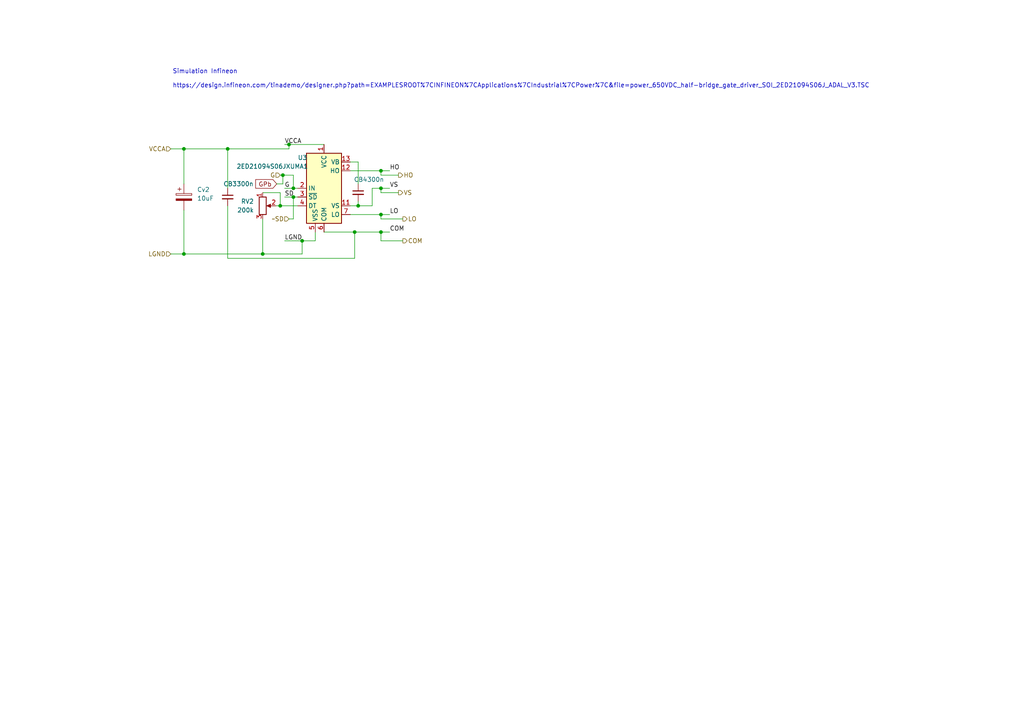
<source format=kicad_sch>
(kicad_sch (version 20211123) (generator eeschema)

  (uuid f2e25a2f-26ab-4a80-97f7-cc541a688707)

  (paper "A4")

  (title_block
    (title "Driver_board 3 phase inverter 6 Channel")
    (date "2022-09-01")
    (rev "2")
    (company "Designed By - Yawar Badri")
    (comment 3 "600V | 1200V | 600V")
  )

  (lib_symbols
    (symbol "Device:C_Polarized" (pin_numbers hide) (pin_names (offset 0.254)) (in_bom yes) (on_board yes)
      (property "Reference" "C" (id 0) (at 0.635 2.54 0)
        (effects (font (size 1.27 1.27)) (justify left))
      )
      (property "Value" "C_Polarized" (id 1) (at 0.635 -2.54 0)
        (effects (font (size 1.27 1.27)) (justify left))
      )
      (property "Footprint" "" (id 2) (at 0.9652 -3.81 0)
        (effects (font (size 1.27 1.27)) hide)
      )
      (property "Datasheet" "~" (id 3) (at 0 0 0)
        (effects (font (size 1.27 1.27)) hide)
      )
      (property "ki_keywords" "cap capacitor" (id 4) (at 0 0 0)
        (effects (font (size 1.27 1.27)) hide)
      )
      (property "ki_description" "Polarized capacitor" (id 5) (at 0 0 0)
        (effects (font (size 1.27 1.27)) hide)
      )
      (property "ki_fp_filters" "CP_*" (id 6) (at 0 0 0)
        (effects (font (size 1.27 1.27)) hide)
      )
      (symbol "C_Polarized_0_1"
        (rectangle (start -2.286 0.508) (end 2.286 1.016)
          (stroke (width 0) (type default) (color 0 0 0 0))
          (fill (type none))
        )
        (polyline
          (pts
            (xy -1.778 2.286)
            (xy -0.762 2.286)
          )
          (stroke (width 0) (type default) (color 0 0 0 0))
          (fill (type none))
        )
        (polyline
          (pts
            (xy -1.27 2.794)
            (xy -1.27 1.778)
          )
          (stroke (width 0) (type default) (color 0 0 0 0))
          (fill (type none))
        )
        (rectangle (start 2.286 -0.508) (end -2.286 -1.016)
          (stroke (width 0) (type default) (color 0 0 0 0))
          (fill (type outline))
        )
      )
      (symbol "C_Polarized_1_1"
        (pin passive line (at 0 3.81 270) (length 2.794)
          (name "~" (effects (font (size 1.27 1.27))))
          (number "1" (effects (font (size 1.27 1.27))))
        )
        (pin passive line (at 0 -3.81 90) (length 2.794)
          (name "~" (effects (font (size 1.27 1.27))))
          (number "2" (effects (font (size 1.27 1.27))))
        )
      )
    )
    (symbol "Device:C_Small" (pin_numbers hide) (pin_names (offset 0.254) hide) (in_bom yes) (on_board yes)
      (property "Reference" "C" (id 0) (at 0.254 1.778 0)
        (effects (font (size 1.27 1.27)) (justify left))
      )
      (property "Value" "C_Small" (id 1) (at 0.254 -2.032 0)
        (effects (font (size 1.27 1.27)) (justify left))
      )
      (property "Footprint" "" (id 2) (at 0 0 0)
        (effects (font (size 1.27 1.27)) hide)
      )
      (property "Datasheet" "~" (id 3) (at 0 0 0)
        (effects (font (size 1.27 1.27)) hide)
      )
      (property "ki_keywords" "capacitor cap" (id 4) (at 0 0 0)
        (effects (font (size 1.27 1.27)) hide)
      )
      (property "ki_description" "Unpolarized capacitor, small symbol" (id 5) (at 0 0 0)
        (effects (font (size 1.27 1.27)) hide)
      )
      (property "ki_fp_filters" "C_*" (id 6) (at 0 0 0)
        (effects (font (size 1.27 1.27)) hide)
      )
      (symbol "C_Small_0_1"
        (polyline
          (pts
            (xy -1.524 -0.508)
            (xy 1.524 -0.508)
          )
          (stroke (width 0.3302) (type default) (color 0 0 0 0))
          (fill (type none))
        )
        (polyline
          (pts
            (xy -1.524 0.508)
            (xy 1.524 0.508)
          )
          (stroke (width 0.3048) (type default) (color 0 0 0 0))
          (fill (type none))
        )
      )
      (symbol "C_Small_1_1"
        (pin passive line (at 0 2.54 270) (length 2.032)
          (name "~" (effects (font (size 1.27 1.27))))
          (number "1" (effects (font (size 1.27 1.27))))
        )
        (pin passive line (at 0 -2.54 90) (length 2.032)
          (name "~" (effects (font (size 1.27 1.27))))
          (number "2" (effects (font (size 1.27 1.27))))
        )
      )
    )
    (symbol "Device:R_Potentiometer" (pin_names (offset 1.016) hide) (in_bom yes) (on_board yes)
      (property "Reference" "RV" (id 0) (at -4.445 0 90)
        (effects (font (size 1.27 1.27)))
      )
      (property "Value" "R_Potentiometer" (id 1) (at -2.54 0 90)
        (effects (font (size 1.27 1.27)))
      )
      (property "Footprint" "" (id 2) (at 0 0 0)
        (effects (font (size 1.27 1.27)) hide)
      )
      (property "Datasheet" "~" (id 3) (at 0 0 0)
        (effects (font (size 1.27 1.27)) hide)
      )
      (property "ki_keywords" "resistor variable" (id 4) (at 0 0 0)
        (effects (font (size 1.27 1.27)) hide)
      )
      (property "ki_description" "Potentiometer" (id 5) (at 0 0 0)
        (effects (font (size 1.27 1.27)) hide)
      )
      (property "ki_fp_filters" "Potentiometer*" (id 6) (at 0 0 0)
        (effects (font (size 1.27 1.27)) hide)
      )
      (symbol "R_Potentiometer_0_1"
        (polyline
          (pts
            (xy 2.54 0)
            (xy 1.524 0)
          )
          (stroke (width 0) (type default) (color 0 0 0 0))
          (fill (type none))
        )
        (polyline
          (pts
            (xy 1.143 0)
            (xy 2.286 0.508)
            (xy 2.286 -0.508)
            (xy 1.143 0)
          )
          (stroke (width 0) (type default) (color 0 0 0 0))
          (fill (type outline))
        )
        (rectangle (start 1.016 2.54) (end -1.016 -2.54)
          (stroke (width 0.254) (type default) (color 0 0 0 0))
          (fill (type none))
        )
      )
      (symbol "R_Potentiometer_1_1"
        (pin passive line (at 0 3.81 270) (length 1.27)
          (name "1" (effects (font (size 1.27 1.27))))
          (number "1" (effects (font (size 1.27 1.27))))
        )
        (pin passive line (at 3.81 0 180) (length 1.27)
          (name "2" (effects (font (size 1.27 1.27))))
          (number "2" (effects (font (size 1.27 1.27))))
        )
        (pin passive line (at 0 -3.81 90) (length 1.27)
          (name "3" (effects (font (size 1.27 1.27))))
          (number "3" (effects (font (size 1.27 1.27))))
        )
      )
    )
    (symbol "Driver_FET:IR21094" (in_bom yes) (on_board yes)
      (property "Reference" "U" (id 0) (at 1.27 13.97 0)
        (effects (font (size 1.27 1.27)) (justify left))
      )
      (property "Value" "IR21094" (id 1) (at 1.27 11.43 0)
        (effects (font (size 1.27 1.27)) (justify left))
      )
      (property "Footprint" "" (id 2) (at 0 0 0)
        (effects (font (size 1.27 1.27) italic) hide)
      )
      (property "Datasheet" "https://www.infineon.com/dgdl/ir2109.pdf?fileId=5546d462533600a4015355c7e85b1679" (id 3) (at 0 0 0)
        (effects (font (size 1.27 1.27)) hide)
      )
      (property "ki_keywords" "Gate Driver" (id 4) (at 0 0 0)
        (effects (font (size 1.27 1.27)) hide)
      )
      (property "ki_description" "Half-Bridge Driver, 600V, 200/350mA, PDIP-14/SOIC-14" (id 5) (at 0 0 0)
        (effects (font (size 1.27 1.27)) hide)
      )
      (property "ki_fp_filters" "SOIC*3.9x8.7mm*P1.27mm* DIP*W7.62mm*" (id 6) (at 0 0 0)
        (effects (font (size 1.27 1.27)) hide)
      )
      (symbol "IR21094_0_1"
        (rectangle (start -5.08 -10.16) (end 5.08 10.16)
          (stroke (width 0.254) (type default) (color 0 0 0 0))
          (fill (type background))
        )
      )
      (symbol "IR21094_1_1"
        (pin power_in line (at 0 12.7 270) (length 2.54)
          (name "VCC" (effects (font (size 1.27 1.27))))
          (number "1" (effects (font (size 1.27 1.27))))
        )
        (pin no_connect line (at -5.08 2.54 0) (length 2.54) hide
          (name "NC" (effects (font (size 1.27 1.27))))
          (number "10" (effects (font (size 1.27 1.27))))
        )
        (pin passive line (at 7.62 -5.08 180) (length 2.54)
          (name "VS" (effects (font (size 1.27 1.27))))
          (number "11" (effects (font (size 1.27 1.27))))
        )
        (pin output line (at 7.62 5.08 180) (length 2.54)
          (name "HO" (effects (font (size 1.27 1.27))))
          (number "12" (effects (font (size 1.27 1.27))))
        )
        (pin passive line (at 7.62 7.62 180) (length 2.54)
          (name "VB" (effects (font (size 1.27 1.27))))
          (number "13" (effects (font (size 1.27 1.27))))
        )
        (pin no_connect line (at 5.08 2.54 180) (length 2.54) hide
          (name "NC" (effects (font (size 1.27 1.27))))
          (number "14" (effects (font (size 1.27 1.27))))
        )
        (pin input line (at -7.62 0 0) (length 2.54)
          (name "IN" (effects (font (size 1.27 1.27))))
          (number "2" (effects (font (size 1.27 1.27))))
        )
        (pin input line (at -7.62 -2.54 0) (length 2.54)
          (name "~{SD}" (effects (font (size 1.27 1.27))))
          (number "3" (effects (font (size 1.27 1.27))))
        )
        (pin input line (at -7.62 -5.08 0) (length 2.54)
          (name "DT" (effects (font (size 1.27 1.27))))
          (number "4" (effects (font (size 1.27 1.27))))
        )
        (pin power_in line (at -2.54 -12.7 90) (length 2.54)
          (name "VSS" (effects (font (size 1.27 1.27))))
          (number "5" (effects (font (size 1.27 1.27))))
        )
        (pin power_in line (at 0 -12.7 90) (length 2.54)
          (name "COM" (effects (font (size 1.27 1.27))))
          (number "6" (effects (font (size 1.27 1.27))))
        )
        (pin output line (at 7.62 -7.62 180) (length 2.54)
          (name "LO" (effects (font (size 1.27 1.27))))
          (number "7" (effects (font (size 1.27 1.27))))
        )
        (pin no_connect line (at -5.08 7.62 0) (length 2.54) hide
          (name "NC" (effects (font (size 1.27 1.27))))
          (number "8" (effects (font (size 1.27 1.27))))
        )
        (pin no_connect line (at -5.08 5.08 0) (length 2.54) hide
          (name "NC" (effects (font (size 1.27 1.27))))
          (number "9" (effects (font (size 1.27 1.27))))
        )
      )
    )
  )

  (junction (at 53.34 73.66) (diameter 0) (color 0 0 0 0)
    (uuid 13ad0646-6752-498d-8217-3e9d7ea8abc5)
  )
  (junction (at 81.28 59.69) (diameter 0) (color 0 0 0 0)
    (uuid 1ad11571-1100-4b9d-90f8-8e8fd499f955)
  )
  (junction (at 103.886 59.69) (diameter 0) (color 0 0 0 0)
    (uuid 2fff460b-46ca-4517-8ba4-184fc49d9675)
  )
  (junction (at 110.49 54.61) (diameter 0) (color 0 0 0 0)
    (uuid 352dba98-21a1-44ca-8543-42ee45c28af9)
  )
  (junction (at 110.49 49.53) (diameter 0) (color 0 0 0 0)
    (uuid 36053f93-f0ea-4fdb-943a-99c5fa977e0f)
  )
  (junction (at 83.82 41.91) (diameter 0) (color 0 0 0 0)
    (uuid 4f6ac24b-3c9c-4ea8-9754-c883b853c3a4)
  )
  (junction (at 85.09 54.61) (diameter 0) (color 0 0 0 0)
    (uuid 7d35ed4e-9b4f-4e13-9c2d-fa6bbb6b0e56)
  )
  (junction (at 76.2 73.66) (diameter 0) (color 0 0 0 0)
    (uuid 997399fd-295e-45f7-b355-4cbad21dc3a8)
  )
  (junction (at 110.49 67.31) (diameter 0) (color 0 0 0 0)
    (uuid a2623c01-0ba0-4cc9-b154-b24b8c9b1cb8)
  )
  (junction (at 53.34 43.18) (diameter 0) (color 0 0 0 0)
    (uuid aed428b2-c571-4bf2-b4cc-f91c49e9847a)
  )
  (junction (at 82.042 50.8) (diameter 0) (color 0 0 0 0)
    (uuid b83c0b65-9035-44f4-9939-bf63baaf6b52)
  )
  (junction (at 102.87 67.31) (diameter 0) (color 0 0 0 0)
    (uuid b9d56d2c-61a5-45f7-8335-a234be5cd865)
  )
  (junction (at 87.63 69.85) (diameter 0) (color 0 0 0 0)
    (uuid c4dc5d82-b8ec-4a86-826f-a76429195f5d)
  )
  (junction (at 110.49 62.23) (diameter 0) (color 0 0 0 0)
    (uuid d67adf12-b566-4ec0-9f6f-99b8a0886159)
  )
  (junction (at 85.09 57.15) (diameter 0) (color 0 0 0 0)
    (uuid ddb5dbcb-5090-4c5e-b5b6-a84e342a4255)
  )
  (junction (at 66.04 43.18) (diameter 0) (color 0 0 0 0)
    (uuid f6e307df-dda4-4d95-be58-8037c949508a)
  )

  (wire (pts (xy 83.82 63.5) (xy 85.09 63.5))
    (stroke (width 0) (type default) (color 0 0 0 0))
    (uuid 00a2b517-a8ec-4ec7-ad9e-e094955e6d40)
  )
  (wire (pts (xy 66.04 74.93) (xy 102.87 74.93))
    (stroke (width 0) (type default) (color 0 0 0 0))
    (uuid 047a3c94-8ee0-4ad2-a891-ef506d026edd)
  )
  (wire (pts (xy 87.63 73.66) (xy 87.63 69.85))
    (stroke (width 0) (type default) (color 0 0 0 0))
    (uuid 05d6e0ba-7e92-438e-a226-d3ea49f635b1)
  )
  (wire (pts (xy 110.49 63.5) (xy 110.49 62.23))
    (stroke (width 0) (type default) (color 0 0 0 0))
    (uuid 090e0038-be81-48e1-b8ce-d30b1d849003)
  )
  (wire (pts (xy 103.886 46.99) (xy 103.886 53.34))
    (stroke (width 0) (type default) (color 0 0 0 0))
    (uuid 09a32a2d-0782-4088-a13b-40c7310c7aa7)
  )
  (wire (pts (xy 85.09 63.5) (xy 85.09 57.15))
    (stroke (width 0) (type default) (color 0 0 0 0))
    (uuid 10a58d08-a5b7-4fcc-99d3-f1d148c66961)
  )
  (wire (pts (xy 102.87 67.31) (xy 110.49 67.31))
    (stroke (width 0) (type default) (color 0 0 0 0))
    (uuid 13109852-4976-4338-b08a-1bac8944fbac)
  )
  (wire (pts (xy 49.53 73.66) (xy 53.34 73.66))
    (stroke (width 0) (type default) (color 0 0 0 0))
    (uuid 192c8f92-6917-48e5-b001-d3c5eafe2bb9)
  )
  (wire (pts (xy 53.34 43.18) (xy 66.04 43.18))
    (stroke (width 0) (type default) (color 0 0 0 0))
    (uuid 1a5b8e2b-52f5-4b7f-94fd-53b8f7b67fcc)
  )
  (wire (pts (xy 101.6 46.99) (xy 103.886 46.99))
    (stroke (width 0) (type default) (color 0 0 0 0))
    (uuid 1d6f32a7-ddf3-45d0-a521-3fad494055ca)
  )
  (wire (pts (xy 116.84 63.5) (xy 110.49 63.5))
    (stroke (width 0) (type default) (color 0 0 0 0))
    (uuid 1da520b3-fcee-469a-8cad-a9e17863f198)
  )
  (wire (pts (xy 110.49 50.8) (xy 110.49 49.53))
    (stroke (width 0) (type default) (color 0 0 0 0))
    (uuid 1eb0e32a-b4e4-45a5-9ee2-1343e8150f2a)
  )
  (wire (pts (xy 116.84 69.85) (xy 110.49 69.85))
    (stroke (width 0) (type default) (color 0 0 0 0))
    (uuid 21785d01-7b85-4f60-8638-d0fc249190d9)
  )
  (wire (pts (xy 115.57 50.8) (xy 110.49 50.8))
    (stroke (width 0) (type default) (color 0 0 0 0))
    (uuid 2c5b27e7-5770-4a6f-bf1c-e1d4108e80bf)
  )
  (wire (pts (xy 53.34 53.34) (xy 53.34 43.18))
    (stroke (width 0) (type default) (color 0 0 0 0))
    (uuid 2f4ff540-4e53-4fa2-96ca-149e938ebf89)
  )
  (wire (pts (xy 66.04 59.69) (xy 66.04 74.93))
    (stroke (width 0) (type default) (color 0 0 0 0))
    (uuid 319252bc-4c48-4462-bc9c-dccaf9f61817)
  )
  (wire (pts (xy 110.49 54.61) (xy 113.03 54.61))
    (stroke (width 0) (type default) (color 0 0 0 0))
    (uuid 33b80eca-0ff9-43d6-b375-4ffaa4b5cc62)
  )
  (wire (pts (xy 80.01 59.69) (xy 81.28 59.69))
    (stroke (width 0) (type default) (color 0 0 0 0))
    (uuid 38b007e2-bb08-4855-8a46-9aab780faa52)
  )
  (wire (pts (xy 53.34 73.66) (xy 76.2 73.66))
    (stroke (width 0) (type default) (color 0 0 0 0))
    (uuid 3ce5066d-1e59-4c1a-86f9-919336f87d7f)
  )
  (wire (pts (xy 81.28 50.8) (xy 82.042 50.8))
    (stroke (width 0) (type default) (color 0 0 0 0))
    (uuid 4e000f0d-4721-48f7-8539-a24b8503aee9)
  )
  (wire (pts (xy 83.82 43.18) (xy 83.82 41.91))
    (stroke (width 0) (type default) (color 0 0 0 0))
    (uuid 4f3fc351-a2e5-4e9a-a032-4d8b5282d657)
  )
  (wire (pts (xy 82.042 53.34) (xy 82.042 50.8))
    (stroke (width 0) (type default) (color 0 0 0 0))
    (uuid 52b7a00f-cb87-403c-b62f-10114bf273fa)
  )
  (wire (pts (xy 85.09 54.61) (xy 86.36 54.61))
    (stroke (width 0) (type default) (color 0 0 0 0))
    (uuid 5307530a-9800-463b-8cec-0cc697c5f06a)
  )
  (wire (pts (xy 103.886 59.69) (xy 107.95 59.69))
    (stroke (width 0) (type default) (color 0 0 0 0))
    (uuid 537343b3-e81d-40f5-9597-c2d31637083d)
  )
  (wire (pts (xy 93.98 67.31) (xy 102.87 67.31))
    (stroke (width 0) (type default) (color 0 0 0 0))
    (uuid 5df3e23a-bf25-4ee1-8199-7d30996eecaf)
  )
  (wire (pts (xy 76.2 63.5) (xy 76.2 73.66))
    (stroke (width 0) (type default) (color 0 0 0 0))
    (uuid 62cc65bd-1ded-4338-92e2-445dde5a81c7)
  )
  (wire (pts (xy 87.63 69.85) (xy 91.44 69.85))
    (stroke (width 0) (type default) (color 0 0 0 0))
    (uuid 7728e0c0-7d79-4125-a90e-18fac883d57c)
  )
  (wire (pts (xy 85.09 57.15) (xy 82.55 57.15))
    (stroke (width 0) (type default) (color 0 0 0 0))
    (uuid 7847a0c0-802b-40db-8cbb-ce9858ae1430)
  )
  (wire (pts (xy 80.264 53.34) (xy 82.042 53.34))
    (stroke (width 0) (type default) (color 0 0 0 0))
    (uuid 7a5ac266-f448-470f-a33f-70cf47e41242)
  )
  (wire (pts (xy 66.04 43.18) (xy 83.82 43.18))
    (stroke (width 0) (type default) (color 0 0 0 0))
    (uuid 82820871-b925-43a4-a4f1-25daaaddfc60)
  )
  (wire (pts (xy 82.55 69.85) (xy 87.63 69.85))
    (stroke (width 0) (type default) (color 0 0 0 0))
    (uuid 850c5a54-03fb-4815-b22a-042d53bbd5b3)
  )
  (wire (pts (xy 110.49 55.88) (xy 110.49 54.61))
    (stroke (width 0) (type default) (color 0 0 0 0))
    (uuid 8ca294bd-ad97-4422-b9c2-a661437d4afc)
  )
  (wire (pts (xy 110.49 69.85) (xy 110.49 67.31))
    (stroke (width 0) (type default) (color 0 0 0 0))
    (uuid 91f792eb-0547-45e0-9535-69791f0227d9)
  )
  (wire (pts (xy 91.44 67.31) (xy 91.44 69.85))
    (stroke (width 0) (type default) (color 0 0 0 0))
    (uuid 96455191-f411-4b68-b98b-9ce64e1716cf)
  )
  (wire (pts (xy 86.36 57.15) (xy 85.09 57.15))
    (stroke (width 0) (type default) (color 0 0 0 0))
    (uuid 993f1204-acd8-427c-91c0-4d5573b1a10c)
  )
  (wire (pts (xy 81.28 55.88) (xy 81.28 59.69))
    (stroke (width 0) (type default) (color 0 0 0 0))
    (uuid 9b67eaf0-5e6d-4518-8933-700e16dc170c)
  )
  (wire (pts (xy 110.49 62.23) (xy 113.03 62.23))
    (stroke (width 0) (type default) (color 0 0 0 0))
    (uuid a37f2ebe-87ee-4a71-ae75-07325a8a3525)
  )
  (wire (pts (xy 110.49 67.31) (xy 113.03 67.31))
    (stroke (width 0) (type default) (color 0 0 0 0))
    (uuid a46bee34-591e-4d0f-9e12-0a85b31c884b)
  )
  (wire (pts (xy 83.82 41.91) (xy 93.98 41.91))
    (stroke (width 0) (type default) (color 0 0 0 0))
    (uuid b29a1691-569c-43b1-be20-2b717ec4dd4f)
  )
  (wire (pts (xy 107.95 59.69) (xy 107.95 54.61))
    (stroke (width 0) (type default) (color 0 0 0 0))
    (uuid b5828fc9-fff8-4e25-8bfd-606faaba665f)
  )
  (wire (pts (xy 66.04 54.61) (xy 66.04 43.18))
    (stroke (width 0) (type default) (color 0 0 0 0))
    (uuid b77f7bd6-931f-42b7-92b3-ded0bed740b9)
  )
  (wire (pts (xy 101.6 59.69) (xy 103.886 59.69))
    (stroke (width 0) (type default) (color 0 0 0 0))
    (uuid bb8908af-c1a9-4cd6-a5c7-939d89537f6b)
  )
  (wire (pts (xy 49.53 43.18) (xy 53.34 43.18))
    (stroke (width 0) (type default) (color 0 0 0 0))
    (uuid ca35189e-7f62-41fd-b7a8-bdc16f291640)
  )
  (wire (pts (xy 115.57 55.88) (xy 110.49 55.88))
    (stroke (width 0) (type default) (color 0 0 0 0))
    (uuid cb74d270-0e65-4feb-b249-6e6979ca2a2f)
  )
  (wire (pts (xy 82.55 54.61) (xy 85.09 54.61))
    (stroke (width 0) (type default) (color 0 0 0 0))
    (uuid cb9daacc-cdf2-46a3-8880-e75e0332dc7b)
  )
  (wire (pts (xy 107.95 54.61) (xy 110.49 54.61))
    (stroke (width 0) (type default) (color 0 0 0 0))
    (uuid d9aba136-62bf-494c-8eb6-74d3a2e6bf75)
  )
  (wire (pts (xy 53.34 60.96) (xy 53.34 73.66))
    (stroke (width 0) (type default) (color 0 0 0 0))
    (uuid e00a7755-1339-4d0e-aa98-d26c0bbf690b)
  )
  (wire (pts (xy 76.2 55.88) (xy 81.28 55.88))
    (stroke (width 0) (type default) (color 0 0 0 0))
    (uuid e3414ca8-5f45-43d5-82ef-a5a75a6ecd8e)
  )
  (wire (pts (xy 81.28 59.69) (xy 86.36 59.69))
    (stroke (width 0) (type default) (color 0 0 0 0))
    (uuid e38b45b2-6f46-4b92-89bf-fc86b6a1ad18)
  )
  (wire (pts (xy 82.55 41.91) (xy 83.82 41.91))
    (stroke (width 0) (type default) (color 0 0 0 0))
    (uuid e3e2e4d7-1bdd-43b4-8f7c-65635039b2be)
  )
  (wire (pts (xy 102.87 74.93) (xy 102.87 67.31))
    (stroke (width 0) (type default) (color 0 0 0 0))
    (uuid e502d5d2-0416-4e48-a1cf-c60e27baf7b4)
  )
  (wire (pts (xy 85.09 50.8) (xy 85.09 54.61))
    (stroke (width 0) (type default) (color 0 0 0 0))
    (uuid f2874e5e-4499-4115-bf64-2030dabca0c8)
  )
  (wire (pts (xy 82.042 50.8) (xy 85.09 50.8))
    (stroke (width 0) (type default) (color 0 0 0 0))
    (uuid f3809b97-e1da-4ef0-9637-e31738157da5)
  )
  (wire (pts (xy 103.886 58.42) (xy 103.886 59.69))
    (stroke (width 0) (type default) (color 0 0 0 0))
    (uuid f5aecf47-78cb-4e05-8696-d3fccac6f6b3)
  )
  (wire (pts (xy 101.6 62.23) (xy 110.49 62.23))
    (stroke (width 0) (type default) (color 0 0 0 0))
    (uuid f7e8541c-ab90-4c31-988e-e831c563a529)
  )
  (wire (pts (xy 76.2 73.66) (xy 87.63 73.66))
    (stroke (width 0) (type default) (color 0 0 0 0))
    (uuid fad45f37-f352-402d-975a-b3654b65bcde)
  )
  (wire (pts (xy 110.49 49.53) (xy 113.03 49.53))
    (stroke (width 0) (type default) (color 0 0 0 0))
    (uuid fcc4840a-9cb4-4d34-8341-d678a3a1cfaa)
  )
  (wire (pts (xy 101.6 49.53) (xy 110.49 49.53))
    (stroke (width 0) (type default) (color 0 0 0 0))
    (uuid fd9f55c9-5341-4698-a186-9f1f9857fbac)
  )

  (text "Simulation Infineon\n\nhttps://design.infineon.com/tinademo/designer.php?path=EXAMPLESROOT%7CINFINEON%7CApplications%7CIndustrial%7CPower%7C&file=power_650VDC_half-bridge_gate_driver_SOI_2ED21094S06J_ADAL_V3.TSC"
    (at 50.038 25.654 0)
    (effects (font (size 1.27 1.27)) (justify left bottom))
    (uuid a7238158-65ba-455c-8135-52c51fb0ba0f)
  )

  (label "SD" (at 82.55 57.15 0)
    (effects (font (size 1.27 1.27)) (justify left bottom))
    (uuid 6e6b4546-91cd-46f1-aadb-8a5dcf1a5504)
  )
  (label "VCCA" (at 82.55 41.91 0)
    (effects (font (size 1.27 1.27)) (justify left bottom))
    (uuid 8040e6cc-3a1f-4920-a27b-ec8d9f200df7)
  )
  (label "COM" (at 113.03 67.31 0)
    (effects (font (size 1.27 1.27)) (justify left bottom))
    (uuid 889f65ce-5c5b-4b07-abff-c0ebe7463fb9)
  )
  (label "LO" (at 113.03 62.23 0)
    (effects (font (size 1.27 1.27)) (justify left bottom))
    (uuid aa786a45-6caa-414a-ad80-8f5b4928652f)
  )
  (label "HO" (at 113.03 49.53 0)
    (effects (font (size 1.27 1.27)) (justify left bottom))
    (uuid c6099708-ad18-4ca0-8362-0511d6cf6394)
  )
  (label "LGND" (at 82.55 69.85 0)
    (effects (font (size 1.27 1.27)) (justify left bottom))
    (uuid f4522eb5-1274-4565-af85-702ae87884ee)
  )
  (label "G" (at 82.55 54.61 0)
    (effects (font (size 1.27 1.27)) (justify left bottom))
    (uuid f4c99ecf-5d00-4a0a-b22e-fe23b4653277)
  )
  (label "VS" (at 113.03 54.61 0)
    (effects (font (size 1.27 1.27)) (justify left bottom))
    (uuid ff80cb9c-8edf-4865-a8c9-f6eb5a41c382)
  )

  (global_label "GPb" (shape input) (at 80.264 53.34 180) (fields_autoplaced)
    (effects (font (size 1.27 1.27)) (justify right))
    (uuid b14196f6-6796-4809-a175-ab62b57ce8cb)
    (property "Intersheet References" "${INTERSHEET_REFS}" (id 0) (at 74.1619 53.2606 0)
      (effects (font (size 1.27 1.27)) (justify right) hide)
    )
  )

  (hierarchical_label "VCCA" (shape input) (at 49.53 43.18 180)
    (effects (font (size 1.27 1.27)) (justify right))
    (uuid 258d5a55-de16-4c31-9102-8eb4678be1b7)
  )
  (hierarchical_label "COM" (shape output) (at 116.84 69.85 0)
    (effects (font (size 1.27 1.27)) (justify left))
    (uuid 47911742-c092-416b-a1b8-d6a6e2de647e)
  )
  (hierarchical_label "HO" (shape output) (at 115.57 50.8 0)
    (effects (font (size 1.27 1.27)) (justify left))
    (uuid 796cd76b-bab0-4bf5-967a-a7a3ee7c7f4d)
  )
  (hierarchical_label "LO" (shape output) (at 116.84 63.5 0)
    (effects (font (size 1.27 1.27)) (justify left))
    (uuid 91f053f1-6d6d-4b46-98fb-23a068488325)
  )
  (hierarchical_label "~SD" (shape input) (at 83.82 63.5 180)
    (effects (font (size 1.27 1.27)) (justify right))
    (uuid 93ed370a-3fb6-43f3-a785-1461db0f7c8a)
  )
  (hierarchical_label "G" (shape input) (at 81.28 50.8 180)
    (effects (font (size 1.27 1.27)) (justify right))
    (uuid a01b6225-5657-452f-8ede-10676b9fe61c)
  )
  (hierarchical_label "LGND" (shape input) (at 49.53 73.66 180)
    (effects (font (size 1.27 1.27)) (justify right))
    (uuid c32ed7d1-f738-40eb-98b6-2dd5e9dafe10)
  )
  (hierarchical_label "VS" (shape output) (at 115.57 55.88 0)
    (effects (font (size 1.27 1.27)) (justify left))
    (uuid d9c45d8e-c9ab-4e97-b22e-5ed5a752ce7b)
  )

  (symbol (lib_id "Device:C_Polarized") (at 53.34 57.15 0) (unit 1)
    (in_bom yes) (on_board yes) (fields_autoplaced)
    (uuid 50926247-11cd-44e2-aa43-feeff2111293)
    (property "Reference" "Cv2" (id 0) (at 57.15 54.9909 0)
      (effects (font (size 1.27 1.27)) (justify left))
    )
    (property "Value" "10uF" (id 1) (at 57.15 57.5309 0)
      (effects (font (size 1.27 1.27)) (justify left))
    )
    (property "Footprint" "Capacitor_THT:CP_Radial_D8.0mm_P2.50mm" (id 2) (at 54.3052 60.96 0)
      (effects (font (size 1.27 1.27)) hide)
    )
    (property "Datasheet" "~" (id 3) (at 53.34 57.15 0)
      (effects (font (size 1.27 1.27)) hide)
    )
    (property "Link" "https://www.tanotis.com/products/multicomp-1n4746a-zener-diode-1w-18v-do-41" (id 4) (at 53.34 57.15 0)
      (effects (font (size 1.27 1.27)) hide)
    )
    (property "P ID" "1N4746A" (id 5) (at 53.34 57.15 0)
      (effects (font (size 1.27 1.27)) hide)
    )
    (property "Tanotis" "₹ https://www.tanotis.com/products/multicomp-1n4746a-zener-diode-1w-18v-do-41" (id 6) (at 53.34 57.15 0)
      (effects (font (size 1.27 1.27)) hide)
    )
    (pin "1" (uuid 2b95c9fe-625b-4a1f-86c4-43e60cdcbbed))
    (pin "2" (uuid 8707856a-e069-4a4f-964e-2ac0962f4f0a))
  )

  (symbol (lib_id "Driver_FET:IR21094") (at 93.98 54.61 0) (unit 1)
    (in_bom yes) (on_board yes)
    (uuid 9fdaee6c-272b-49e6-be87-4f2cac7e73c2)
    (property "Reference" "U3" (id 0) (at 86.36 45.72 0)
      (effects (font (size 1.27 1.27)) (justify left))
    )
    (property "Value" "2ED21094S06JXUMA1" (id 1) (at 68.58 48.26 0)
      (effects (font (size 1.27 1.27)) (justify left))
    )
    (property "Footprint" "Package_SO:SOIC-14_3.9x8.7mm_P1.27mm" (id 2) (at 93.98 54.61 0)
      (effects (font (size 1.27 1.27) italic) hide)
    )
    (property "Datasheet" "https://www.infineon.com/dgdl/Infineon-2ED2109-4-S06F-J-DataSheet-v02_31-EN.pdf?fileId=5546d4626cb27db2016cb8d7493e29eb" (id 3) (at 93.98 54.61 0)
      (effects (font (size 1.27 1.27)) hide)
    )
    (property "LCSC part No." "C537551" (id 4) (at 93.98 54.61 0)
      (effects (font (size 1.27 1.27)) hide)
    )
    (property "Digikey" "https://www.digikey.in/en/products/detail/infineon-technologies/2ED21094S06JXUMA1/10822763?mfg=448" (id 5) (at 93.98 54.61 0)
      (effects (font (size 1.27 1.27)) hide)
    )
    (property "Cost" "250 INR" (id 6) (at 93.98 54.61 0)
      (effects (font (size 1.27 1.27)) hide)
    )
    (property "Tanotis" "https://www.tanotis.com/products/infineon-2ed21094s06jxuma1-gate-driver-1-channels-half-bridge-igbt-mosfet-14-pins-soic-non-inverting" (id 7) (at 93.98 54.61 0)
      (effects (font (size 1.27 1.27)) hide)
    )
    (pin "1" (uuid b069a59d-78d9-4cfd-880f-9697448ce23e))
    (pin "10" (uuid 5fb718ee-a7ed-4b57-b3ef-0dcd399d5298))
    (pin "11" (uuid fb7f987b-4419-4fdf-9da6-fba7375bf63b))
    (pin "12" (uuid 02f621ce-5e52-43c9-b9f8-601f6eea707a))
    (pin "13" (uuid 2576543c-e7a5-4aae-a17f-80828040c25a))
    (pin "14" (uuid 06b4e0f6-75a5-4e95-bb1a-70267560ca2b))
    (pin "2" (uuid aaa8d7e5-cbda-48ff-b159-69fa8f401e32))
    (pin "3" (uuid 2ebd5731-378f-4966-9ba9-02826fd86b47))
    (pin "4" (uuid 37cb822f-dd94-40a6-8119-1bfcea0ca95f))
    (pin "5" (uuid f658fb73-0bab-4315-8c21-34f20d6934cb))
    (pin "6" (uuid 88fdf0a9-542f-4e0d-a958-16794fdf230a))
    (pin "7" (uuid 5acfc477-b4e7-47b4-b3ed-0a26e23719b8))
    (pin "8" (uuid 4134dfac-a6b8-426f-89ab-9e8f7c473612))
    (pin "9" (uuid 948b0796-23fe-4ec6-98aa-2e02bb8d46ee))
  )

  (symbol (lib_id "Device:C_Small") (at 66.04 57.15 0) (unit 1)
    (in_bom yes) (on_board yes)
    (uuid a9c9527b-6fa3-4dba-90d2-0f6ffcafe21d)
    (property "Reference" "CB3" (id 0) (at 64.77 53.34 0)
      (effects (font (size 1.27 1.27)) (justify left))
    )
    (property "Value" "300n" (id 1) (at 68.58 53.34 0)
      (effects (font (size 1.27 1.27)) (justify left))
    )
    (property "Footprint" "Capacitor_THT:C_Axial_L3.8mm_D2.6mm_P7.50mm_Horizontal" (id 2) (at 66.04 57.15 0)
      (effects (font (size 1.27 1.27)) hide)
    )
    (property "Datasheet" "~" (id 3) (at 66.04 57.15 0)
      (effects (font (size 1.27 1.27)) hide)
    )
    (pin "1" (uuid 2cb0cc19-206c-407a-98e9-16b071f59c05))
    (pin "2" (uuid 20511b4a-7e6b-4bcb-be77-57ab9835337a))
  )

  (symbol (lib_id "Device:R_Potentiometer") (at 76.2 59.69 0) (unit 1)
    (in_bom yes) (on_board yes) (fields_autoplaced)
    (uuid d4199e04-3ebd-4a5f-a81c-8e04d1ac3a0f)
    (property "Reference" "RV2" (id 0) (at 73.66 58.4199 0)
      (effects (font (size 1.27 1.27)) (justify right))
    )
    (property "Value" "200k" (id 1) (at 73.66 60.9599 0)
      (effects (font (size 1.27 1.27)) (justify right))
    )
    (property "Footprint" "Potentiometer_THT:Potentiometer_Bourns_3296W_Vertical" (id 2) (at 76.2 59.69 0)
      (effects (font (size 1.27 1.27)) hide)
    )
    (property "Datasheet" "~" (id 3) (at 76.2 59.69 0)
      (effects (font (size 1.27 1.27)) hide)
    )
    (pin "1" (uuid 4e948c1f-b5ce-40e7-b27c-4cf4c2342dfc))
    (pin "2" (uuid 703e6bcb-cb10-4a3b-ac85-69b436f61de2))
    (pin "3" (uuid 8a259341-1424-4472-b105-444d9885c43e))
  )

  (symbol (lib_id "Device:C_Small") (at 103.886 55.88 0) (unit 1)
    (in_bom yes) (on_board yes)
    (uuid f3257ca0-c5cc-4515-9412-466b4377404b)
    (property "Reference" "CB4" (id 0) (at 102.616 52.07 0)
      (effects (font (size 1.27 1.27)) (justify left))
    )
    (property "Value" "300n" (id 1) (at 106.426 52.07 0)
      (effects (font (size 1.27 1.27)) (justify left))
    )
    (property "Footprint" "Capacitor_THT:C_Axial_L3.8mm_D2.6mm_P7.50mm_Horizontal" (id 2) (at 103.886 55.88 0)
      (effects (font (size 1.27 1.27)) hide)
    )
    (property "Datasheet" "~" (id 3) (at 103.886 55.88 0)
      (effects (font (size 1.27 1.27)) hide)
    )
    (pin "1" (uuid bb4e39d3-5d5e-4a7b-b879-5dc13a05510a))
    (pin "2" (uuid 70eb0311-6a88-41ff-bece-5f0fdea95c8b))
  )
)

</source>
